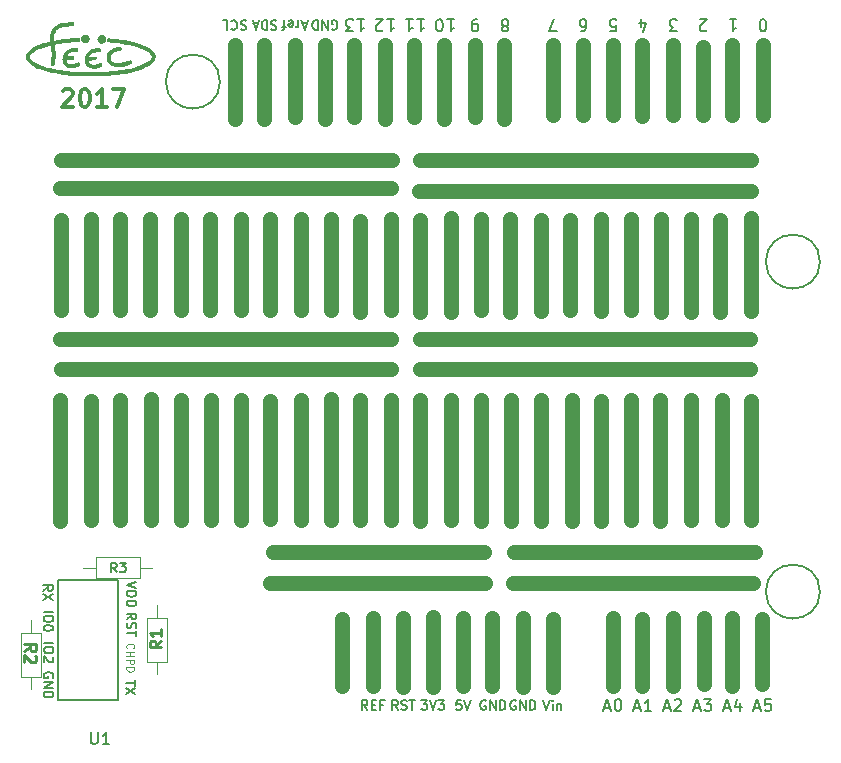
<source format=gbr>
G04 #@! TF.FileFunction,Legend,Top*
%FSLAX46Y46*%
G04 Gerber Fmt 4.6, Leading zero omitted, Abs format (unit mm)*
G04 Created by KiCad (PCBNEW 4.0.6) date 08/07/17 15:42:32*
%MOMM*%
%LPD*%
G01*
G04 APERTURE LIST*
%ADD10C,0.100000*%
%ADD11C,1.250000*%
%ADD12C,0.300000*%
%ADD13C,0.200000*%
%ADD14C,0.250000*%
%ADD15C,0.125000*%
%ADD16C,0.150000*%
%ADD17C,0.010000*%
%ADD18C,0.120000*%
%ADD19C,0.152400*%
G04 APERTURE END LIST*
D10*
D11*
X150900000Y-115400000D02*
X133000000Y-115400000D01*
X173800000Y-115400000D02*
X153400000Y-115400000D01*
X173500000Y-102600000D02*
X173500000Y-112700000D01*
X171000000Y-102500000D02*
X171000000Y-112700000D01*
X168400000Y-102500000D02*
X168400000Y-112700000D01*
X165800000Y-112800000D02*
X165800000Y-102600000D01*
X165800000Y-102500000D02*
X165800000Y-112800000D01*
X163300000Y-102500000D02*
X163300000Y-112700000D01*
X160800000Y-102600000D02*
X160800000Y-112800000D01*
X158300000Y-102500000D02*
X158300000Y-112800000D01*
X155700000Y-102500000D02*
X155700000Y-112800000D01*
X153200000Y-102500000D02*
X153200000Y-112800000D01*
X150600000Y-102500000D02*
X150600000Y-112800000D01*
X148100000Y-102500000D02*
X148100000Y-112700000D01*
X145500000Y-102500000D02*
X145500000Y-112800000D01*
X143000000Y-102500000D02*
X143000000Y-112700000D01*
X140400000Y-102500000D02*
X140400000Y-112700000D01*
X137900000Y-102400000D02*
X137900000Y-112700000D01*
X135400000Y-102500000D02*
X135400000Y-112700000D01*
X132800000Y-102600000D02*
X132800000Y-112600000D01*
X130300000Y-102500000D02*
X130300000Y-112700000D01*
X127800000Y-102500000D02*
X127800000Y-112700000D01*
X125200000Y-102500000D02*
X125200000Y-112700000D01*
X122700000Y-102400000D02*
X122700000Y-112700000D01*
X120100000Y-102500000D02*
X120100000Y-112700000D01*
X117600000Y-102600000D02*
X117600000Y-112700000D01*
X115000000Y-102500000D02*
X115000000Y-112800000D01*
X143000000Y-99900000D02*
X115100000Y-99900000D01*
X143000000Y-97400000D02*
X115000000Y-97400000D01*
X173400000Y-97400000D02*
X145500000Y-97400000D01*
X173400000Y-99900000D02*
X145500000Y-99900000D01*
X143000000Y-87200000D02*
X143000000Y-94900000D01*
X115100000Y-87300000D02*
X115100000Y-94900000D01*
X117600000Y-87200000D02*
X117600000Y-94900000D01*
X120100000Y-87200000D02*
X120100000Y-94900000D01*
X122600000Y-87200000D02*
X122600000Y-94900000D01*
X125200000Y-87200000D02*
X125200000Y-94900000D01*
X127700000Y-87200000D02*
X127700000Y-94900000D01*
X130300000Y-87200000D02*
X130300000Y-94900000D01*
X132800000Y-87200000D02*
X132800000Y-94900000D01*
X135400000Y-87200000D02*
X135400000Y-94900000D01*
X137900000Y-87200000D02*
X137900000Y-94900000D01*
X140400000Y-87400000D02*
X140400000Y-95100000D01*
X145500000Y-87300000D02*
X145500000Y-95100000D01*
X148100000Y-87100000D02*
X148100000Y-95100000D01*
X150600000Y-87200000D02*
X150600000Y-94900000D01*
X153100000Y-87200000D02*
X153100000Y-95100000D01*
X155700000Y-87300000D02*
X155700000Y-95000000D01*
X138900000Y-121100000D02*
X138900000Y-126700000D01*
X141500000Y-121000000D02*
X141500000Y-126700000D01*
X144000000Y-121000000D02*
X144000000Y-126800000D01*
X146600000Y-120900000D02*
X146600000Y-126800000D01*
X149100000Y-121000000D02*
X149100000Y-126700000D01*
X151600000Y-121000000D02*
X151600000Y-126700000D01*
X154200000Y-121000000D02*
X154200000Y-126800000D01*
X156700000Y-121100000D02*
X156700000Y-126800000D01*
X161800000Y-121000000D02*
X161800000Y-126700000D01*
X164300000Y-121100000D02*
X164300000Y-126700000D01*
X166900000Y-121000000D02*
X166900000Y-126700000D01*
X169500000Y-121000000D02*
X169500000Y-126600000D01*
X171900000Y-121000000D02*
X171900000Y-126700000D01*
X174400000Y-121100000D02*
X174400000Y-126600000D01*
X132800000Y-118000000D02*
X151000000Y-118000000D01*
X173700000Y-118000000D02*
X153300000Y-118000000D01*
X158200000Y-87300000D02*
X158200000Y-94900000D01*
X160800000Y-87200000D02*
X160800000Y-95000000D01*
X163300000Y-87200000D02*
X163300000Y-94900000D01*
X165900000Y-87200000D02*
X165900000Y-95100000D01*
X168400000Y-87200000D02*
X168400000Y-95100000D01*
X170900000Y-87300000D02*
X170900000Y-95100000D01*
X173500000Y-87100000D02*
X173500000Y-95000000D01*
X145400000Y-84800000D02*
X173500000Y-84800000D01*
X143000000Y-84600000D02*
X115000000Y-84600000D01*
X145500000Y-82200000D02*
X173500000Y-82200000D01*
X115100000Y-82200000D02*
X143100000Y-82200000D01*
X129800000Y-72500000D02*
X129800000Y-78700000D01*
X132300000Y-72500000D02*
X132300000Y-78700000D01*
X134900000Y-72500000D02*
X134900000Y-78600000D01*
X137400000Y-72500000D02*
X137400000Y-78700000D01*
X139900000Y-72500000D02*
X139900000Y-78600000D01*
X142500000Y-72500000D02*
X142500000Y-78700000D01*
X145000000Y-72500000D02*
X145000000Y-78600000D01*
X147500000Y-72500000D02*
X147500000Y-78700000D01*
X150100000Y-72500000D02*
X150100000Y-78600000D01*
X152600000Y-72500000D02*
X152600000Y-78700000D01*
X156700000Y-72500000D02*
X156700000Y-78400000D01*
X159300000Y-72500000D02*
X159300000Y-78400000D01*
X161800000Y-72500000D02*
X161800000Y-78400000D01*
X164300000Y-72500000D02*
X164300000Y-78500000D01*
X166900000Y-72500000D02*
X166900000Y-78400000D01*
X169400000Y-72600000D02*
X169400000Y-78400000D01*
X171900000Y-72500000D02*
X171900000Y-78400000D01*
X174500000Y-72500000D02*
X174500000Y-78400000D01*
D12*
X115228572Y-76321429D02*
X115300001Y-76250000D01*
X115442858Y-76178571D01*
X115800001Y-76178571D01*
X115942858Y-76250000D01*
X116014287Y-76321429D01*
X116085715Y-76464286D01*
X116085715Y-76607143D01*
X116014287Y-76821429D01*
X115157144Y-77678571D01*
X116085715Y-77678571D01*
X117014286Y-76178571D02*
X117157143Y-76178571D01*
X117300000Y-76250000D01*
X117371429Y-76321429D01*
X117442858Y-76464286D01*
X117514286Y-76750000D01*
X117514286Y-77107143D01*
X117442858Y-77392857D01*
X117371429Y-77535714D01*
X117300000Y-77607143D01*
X117157143Y-77678571D01*
X117014286Y-77678571D01*
X116871429Y-77607143D01*
X116800000Y-77535714D01*
X116728572Y-77392857D01*
X116657143Y-77107143D01*
X116657143Y-76750000D01*
X116728572Y-76464286D01*
X116800000Y-76321429D01*
X116871429Y-76250000D01*
X117014286Y-76178571D01*
X118942857Y-77678571D02*
X118085714Y-77678571D01*
X118514286Y-77678571D02*
X118514286Y-76178571D01*
X118371429Y-76392857D01*
X118228571Y-76535714D01*
X118085714Y-76607143D01*
X119442857Y-76178571D02*
X120442857Y-76178571D01*
X119800000Y-77678571D01*
D13*
X119774987Y-117100305D02*
X119508320Y-116719352D01*
X119317844Y-117100305D02*
X119317844Y-116300305D01*
X119622606Y-116300305D01*
X119698797Y-116338400D01*
X119736892Y-116376495D01*
X119774987Y-116452686D01*
X119774987Y-116566971D01*
X119736892Y-116643162D01*
X119698797Y-116681257D01*
X119622606Y-116719352D01*
X119317844Y-116719352D01*
X120041654Y-116300305D02*
X120536892Y-116300305D01*
X120270225Y-116605067D01*
X120384511Y-116605067D01*
X120460701Y-116643162D01*
X120498797Y-116681257D01*
X120536892Y-116757448D01*
X120536892Y-116947924D01*
X120498797Y-117024114D01*
X120460701Y-117062210D01*
X120384511Y-117100305D01*
X120155939Y-117100305D01*
X120079749Y-117062210D01*
X120041654Y-117024114D01*
D14*
X111978179Y-123785334D02*
X112454370Y-123452000D01*
X111978179Y-123213905D02*
X112978179Y-123213905D01*
X112978179Y-123594858D01*
X112930560Y-123690096D01*
X112882941Y-123737715D01*
X112787703Y-123785334D01*
X112644846Y-123785334D01*
X112549608Y-123737715D01*
X112501989Y-123690096D01*
X112454370Y-123594858D01*
X112454370Y-123213905D01*
X112882941Y-124166286D02*
X112930560Y-124213905D01*
X112978179Y-124309143D01*
X112978179Y-124547239D01*
X112930560Y-124642477D01*
X112882941Y-124690096D01*
X112787703Y-124737715D01*
X112692465Y-124737715D01*
X112549608Y-124690096D01*
X111978179Y-124118667D01*
X111978179Y-124737715D01*
X123571261Y-122899466D02*
X123095070Y-123232800D01*
X123571261Y-123470895D02*
X122571261Y-123470895D01*
X122571261Y-123089942D01*
X122618880Y-122994704D01*
X122666499Y-122947085D01*
X122761737Y-122899466D01*
X122904594Y-122899466D01*
X122999832Y-122947085D01*
X123047451Y-122994704D01*
X123095070Y-123089942D01*
X123095070Y-123470895D01*
X123571261Y-121947085D02*
X123571261Y-122518514D01*
X123571261Y-122232800D02*
X122571261Y-122232800D01*
X122714118Y-122328038D01*
X122809356Y-122423276D01*
X122856975Y-122518514D01*
D13*
X113557095Y-118662467D02*
X113938048Y-118395800D01*
X113557095Y-118205324D02*
X114357095Y-118205324D01*
X114357095Y-118510086D01*
X114319000Y-118586277D01*
X114280905Y-118624372D01*
X114204714Y-118662467D01*
X114090429Y-118662467D01*
X114014238Y-118624372D01*
X113976143Y-118586277D01*
X113938048Y-118510086D01*
X113938048Y-118205324D01*
X114357095Y-118929134D02*
X113557095Y-119462467D01*
X114357095Y-119462467D02*
X113557095Y-118929134D01*
X113595195Y-120434200D02*
X114395195Y-120434200D01*
X114395195Y-120967533D02*
X114395195Y-121119914D01*
X114357100Y-121196105D01*
X114280910Y-121272295D01*
X114128529Y-121310390D01*
X113861862Y-121310390D01*
X113709481Y-121272295D01*
X113633290Y-121196105D01*
X113595195Y-121119914D01*
X113595195Y-120967533D01*
X113633290Y-120891343D01*
X113709481Y-120815152D01*
X113861862Y-120777057D01*
X114128529Y-120777057D01*
X114280910Y-120815152D01*
X114357100Y-120891343D01*
X114395195Y-120967533D01*
X114395195Y-121805628D02*
X114395195Y-121881819D01*
X114357100Y-121958009D01*
X114319005Y-121996104D01*
X114242814Y-122034200D01*
X114090433Y-122072295D01*
X113899957Y-122072295D01*
X113747576Y-122034200D01*
X113671386Y-121996104D01*
X113633290Y-121958009D01*
X113595195Y-121881819D01*
X113595195Y-121805628D01*
X113633290Y-121729438D01*
X113671386Y-121691342D01*
X113747576Y-121653247D01*
X113899957Y-121615152D01*
X114090433Y-121615152D01*
X114242814Y-121653247D01*
X114319005Y-121691342D01*
X114357100Y-121729438D01*
X114395195Y-121805628D01*
X113636095Y-123065000D02*
X114436095Y-123065000D01*
X114436095Y-123598333D02*
X114436095Y-123750714D01*
X114398000Y-123826905D01*
X114321810Y-123903095D01*
X114169429Y-123941190D01*
X113902762Y-123941190D01*
X113750381Y-123903095D01*
X113674190Y-123826905D01*
X113636095Y-123750714D01*
X113636095Y-123598333D01*
X113674190Y-123522143D01*
X113750381Y-123445952D01*
X113902762Y-123407857D01*
X114169429Y-123407857D01*
X114321810Y-123445952D01*
X114398000Y-123522143D01*
X114436095Y-123598333D01*
X114359905Y-124245952D02*
X114398000Y-124284047D01*
X114436095Y-124360238D01*
X114436095Y-124550714D01*
X114398000Y-124626904D01*
X114359905Y-124665000D01*
X114283714Y-124703095D01*
X114207524Y-124703095D01*
X114093238Y-124665000D01*
X113636095Y-124207857D01*
X113636095Y-124703095D01*
X114395200Y-126034877D02*
X114433295Y-125958686D01*
X114433295Y-125844401D01*
X114395200Y-125730115D01*
X114319010Y-125653924D01*
X114242819Y-125615829D01*
X114090438Y-125577734D01*
X113976152Y-125577734D01*
X113823771Y-125615829D01*
X113747581Y-125653924D01*
X113671390Y-125730115D01*
X113633295Y-125844401D01*
X113633295Y-125920591D01*
X113671390Y-126034877D01*
X113709486Y-126072972D01*
X113976152Y-126072972D01*
X113976152Y-125920591D01*
X113633295Y-126415829D02*
X114433295Y-126415829D01*
X113633295Y-126872972D01*
X114433295Y-126872972D01*
X113633295Y-127253924D02*
X114433295Y-127253924D01*
X114433295Y-127444400D01*
X114395200Y-127558686D01*
X114319010Y-127634877D01*
X114242819Y-127672972D01*
X114090438Y-127711067D01*
X113976152Y-127711067D01*
X113823771Y-127672972D01*
X113747581Y-127634877D01*
X113671390Y-127558686D01*
X113633295Y-127444400D01*
X113633295Y-127253924D01*
X121438095Y-117933333D02*
X120638095Y-118200000D01*
X121438095Y-118466667D01*
X120638095Y-118733333D02*
X121438095Y-118733333D01*
X121438095Y-118923809D01*
X121400000Y-119038095D01*
X121323810Y-119114286D01*
X121247619Y-119152381D01*
X121095238Y-119190476D01*
X120980952Y-119190476D01*
X120828571Y-119152381D01*
X120752381Y-119114286D01*
X120676190Y-119038095D01*
X120638095Y-118923809D01*
X120638095Y-118733333D01*
X120638095Y-119533333D02*
X121438095Y-119533333D01*
X121438095Y-119723809D01*
X121400000Y-119838095D01*
X121323810Y-119914286D01*
X121247619Y-119952381D01*
X121095238Y-119990476D01*
X120980952Y-119990476D01*
X120828571Y-119952381D01*
X120752381Y-119914286D01*
X120676190Y-119838095D01*
X120638095Y-119723809D01*
X120638095Y-119533333D01*
X120638095Y-121061905D02*
X121019048Y-120795238D01*
X120638095Y-120604762D02*
X121438095Y-120604762D01*
X121438095Y-120909524D01*
X121400000Y-120985715D01*
X121361905Y-121023810D01*
X121285714Y-121061905D01*
X121171429Y-121061905D01*
X121095238Y-121023810D01*
X121057143Y-120985715D01*
X121019048Y-120909524D01*
X121019048Y-120604762D01*
X120676190Y-121366667D02*
X120638095Y-121480953D01*
X120638095Y-121671429D01*
X120676190Y-121747619D01*
X120714286Y-121785715D01*
X120790476Y-121823810D01*
X120866667Y-121823810D01*
X120942857Y-121785715D01*
X120980952Y-121747619D01*
X121019048Y-121671429D01*
X121057143Y-121519048D01*
X121095238Y-121442857D01*
X121133333Y-121404762D01*
X121209524Y-121366667D01*
X121285714Y-121366667D01*
X121361905Y-121404762D01*
X121400000Y-121442857D01*
X121438095Y-121519048D01*
X121438095Y-121709524D01*
X121400000Y-121823810D01*
X121438095Y-122052381D02*
X121438095Y-122509524D01*
X120638095Y-122280953D02*
X121438095Y-122280953D01*
D15*
X120671857Y-123543714D02*
X120640905Y-123512762D01*
X120609952Y-123419905D01*
X120609952Y-123358000D01*
X120640905Y-123265143D01*
X120702810Y-123203238D01*
X120764714Y-123172286D01*
X120888524Y-123141334D01*
X120981381Y-123141334D01*
X121105190Y-123172286D01*
X121167095Y-123203238D01*
X121229000Y-123265143D01*
X121259952Y-123358000D01*
X121259952Y-123419905D01*
X121229000Y-123512762D01*
X121198048Y-123543714D01*
X120609952Y-123822286D02*
X121259952Y-123822286D01*
X120950429Y-123822286D02*
X120950429Y-124193714D01*
X120609952Y-124193714D02*
X121259952Y-124193714D01*
X120609952Y-124503238D02*
X121259952Y-124503238D01*
X121259952Y-124750857D01*
X121229000Y-124812762D01*
X121198048Y-124843714D01*
X121136143Y-124874666D01*
X121043286Y-124874666D01*
X120981381Y-124843714D01*
X120950429Y-124812762D01*
X120919476Y-124750857D01*
X120919476Y-124503238D01*
X120609952Y-125153238D02*
X121259952Y-125153238D01*
X121259952Y-125308000D01*
X121229000Y-125400857D01*
X121167095Y-125462762D01*
X121105190Y-125493714D01*
X120981381Y-125524666D01*
X120888524Y-125524666D01*
X120764714Y-125493714D01*
X120702810Y-125462762D01*
X120640905Y-125400857D01*
X120609952Y-125308000D01*
X120609952Y-125153238D01*
D13*
X121342095Y-126263476D02*
X121342095Y-126720619D01*
X120542095Y-126492048D02*
X121342095Y-126492048D01*
X121342095Y-126911096D02*
X120542095Y-127444429D01*
X121342095Y-127444429D02*
X120542095Y-126911096D01*
X130746381Y-70415190D02*
X130632095Y-70377095D01*
X130441619Y-70377095D01*
X130365429Y-70415190D01*
X130327333Y-70453286D01*
X130289238Y-70529476D01*
X130289238Y-70605667D01*
X130327333Y-70681857D01*
X130365429Y-70719952D01*
X130441619Y-70758048D01*
X130594000Y-70796143D01*
X130670191Y-70834238D01*
X130708286Y-70872333D01*
X130746381Y-70948524D01*
X130746381Y-71024714D01*
X130708286Y-71100905D01*
X130670191Y-71139000D01*
X130594000Y-71177095D01*
X130403524Y-71177095D01*
X130289238Y-71139000D01*
X129489238Y-70453286D02*
X129527333Y-70415190D01*
X129641619Y-70377095D01*
X129717809Y-70377095D01*
X129832095Y-70415190D01*
X129908286Y-70491381D01*
X129946381Y-70567571D01*
X129984476Y-70719952D01*
X129984476Y-70834238D01*
X129946381Y-70986619D01*
X129908286Y-71062810D01*
X129832095Y-71139000D01*
X129717809Y-71177095D01*
X129641619Y-71177095D01*
X129527333Y-71139000D01*
X129489238Y-71100905D01*
X128765428Y-70377095D02*
X129146381Y-70377095D01*
X129146381Y-71177095D01*
X133305428Y-70415190D02*
X133191142Y-70377095D01*
X133000666Y-70377095D01*
X132924476Y-70415190D01*
X132886380Y-70453286D01*
X132848285Y-70529476D01*
X132848285Y-70605667D01*
X132886380Y-70681857D01*
X132924476Y-70719952D01*
X133000666Y-70758048D01*
X133153047Y-70796143D01*
X133229238Y-70834238D01*
X133267333Y-70872333D01*
X133305428Y-70948524D01*
X133305428Y-71024714D01*
X133267333Y-71100905D01*
X133229238Y-71139000D01*
X133153047Y-71177095D01*
X132962571Y-71177095D01*
X132848285Y-71139000D01*
X132505428Y-70377095D02*
X132505428Y-71177095D01*
X132314952Y-71177095D01*
X132200666Y-71139000D01*
X132124475Y-71062810D01*
X132086380Y-70986619D01*
X132048285Y-70834238D01*
X132048285Y-70719952D01*
X132086380Y-70567571D01*
X132124475Y-70491381D01*
X132200666Y-70415190D01*
X132314952Y-70377095D01*
X132505428Y-70377095D01*
X131743523Y-70605667D02*
X131362571Y-70605667D01*
X131819714Y-70377095D02*
X131553047Y-71177095D01*
X131286380Y-70377095D01*
X135883523Y-70605667D02*
X135502571Y-70605667D01*
X135959714Y-70377095D02*
X135693047Y-71177095D01*
X135426380Y-70377095D01*
X135159714Y-70377095D02*
X135159714Y-70910429D01*
X135159714Y-70758048D02*
X135121619Y-70834238D01*
X135083523Y-70872333D01*
X135007333Y-70910429D01*
X134931142Y-70910429D01*
X134359714Y-70415190D02*
X134435904Y-70377095D01*
X134588285Y-70377095D01*
X134664476Y-70415190D01*
X134702571Y-70491381D01*
X134702571Y-70796143D01*
X134664476Y-70872333D01*
X134588285Y-70910429D01*
X134435904Y-70910429D01*
X134359714Y-70872333D01*
X134321619Y-70796143D01*
X134321619Y-70719952D01*
X134702571Y-70643762D01*
X134093048Y-70910429D02*
X133788286Y-70910429D01*
X133978762Y-70377095D02*
X133978762Y-71062810D01*
X133940667Y-71139000D01*
X133864476Y-71177095D01*
X133788286Y-71177095D01*
X138023523Y-71139000D02*
X138099714Y-71177095D01*
X138213999Y-71177095D01*
X138328285Y-71139000D01*
X138404476Y-71062810D01*
X138442571Y-70986619D01*
X138480666Y-70834238D01*
X138480666Y-70719952D01*
X138442571Y-70567571D01*
X138404476Y-70491381D01*
X138328285Y-70415190D01*
X138213999Y-70377095D01*
X138137809Y-70377095D01*
X138023523Y-70415190D01*
X137985428Y-70453286D01*
X137985428Y-70719952D01*
X138137809Y-70719952D01*
X137642571Y-70377095D02*
X137642571Y-71177095D01*
X137185428Y-70377095D01*
X137185428Y-71177095D01*
X136804476Y-70377095D02*
X136804476Y-71177095D01*
X136614000Y-71177095D01*
X136499714Y-71139000D01*
X136423523Y-71062810D01*
X136385428Y-70986619D01*
X136347333Y-70834238D01*
X136347333Y-70719952D01*
X136385428Y-70567571D01*
X136423523Y-70491381D01*
X136499714Y-70415190D01*
X136614000Y-70377095D01*
X136804476Y-70377095D01*
X140144476Y-70286619D02*
X140715905Y-70286619D01*
X140430191Y-70286619D02*
X140430191Y-71286619D01*
X140525429Y-71143762D01*
X140620667Y-71048524D01*
X140715905Y-71000905D01*
X139811143Y-71286619D02*
X139192095Y-71286619D01*
X139525429Y-70905667D01*
X139382571Y-70905667D01*
X139287333Y-70858048D01*
X139239714Y-70810429D01*
X139192095Y-70715190D01*
X139192095Y-70477095D01*
X139239714Y-70381857D01*
X139287333Y-70334238D01*
X139382571Y-70286619D01*
X139668286Y-70286619D01*
X139763524Y-70334238D01*
X139811143Y-70381857D01*
X142684476Y-70286619D02*
X143255905Y-70286619D01*
X142970191Y-70286619D02*
X142970191Y-71286619D01*
X143065429Y-71143762D01*
X143160667Y-71048524D01*
X143255905Y-71000905D01*
X142303524Y-71191381D02*
X142255905Y-71239000D01*
X142160667Y-71286619D01*
X141922571Y-71286619D01*
X141827333Y-71239000D01*
X141779714Y-71191381D01*
X141732095Y-71096143D01*
X141732095Y-71000905D01*
X141779714Y-70858048D01*
X142351143Y-70286619D01*
X141732095Y-70286619D01*
X145224476Y-70286619D02*
X145795905Y-70286619D01*
X145510191Y-70286619D02*
X145510191Y-71286619D01*
X145605429Y-71143762D01*
X145700667Y-71048524D01*
X145795905Y-71000905D01*
X144272095Y-70286619D02*
X144843524Y-70286619D01*
X144557810Y-70286619D02*
X144557810Y-71286619D01*
X144653048Y-71143762D01*
X144748286Y-71048524D01*
X144843524Y-71000905D01*
X147764476Y-70286619D02*
X148335905Y-70286619D01*
X148050191Y-70286619D02*
X148050191Y-71286619D01*
X148145429Y-71143762D01*
X148240667Y-71048524D01*
X148335905Y-71000905D01*
X147145429Y-71286619D02*
X147050190Y-71286619D01*
X146954952Y-71239000D01*
X146907333Y-71191381D01*
X146859714Y-71096143D01*
X146812095Y-70905667D01*
X146812095Y-70667571D01*
X146859714Y-70477095D01*
X146907333Y-70381857D01*
X146954952Y-70334238D01*
X147050190Y-70286619D01*
X147145429Y-70286619D01*
X147240667Y-70334238D01*
X147288286Y-70381857D01*
X147335905Y-70477095D01*
X147383524Y-70667571D01*
X147383524Y-70905667D01*
X147335905Y-71096143D01*
X147288286Y-71191381D01*
X147240667Y-71239000D01*
X147145429Y-71286619D01*
X150304476Y-70286619D02*
X150114000Y-70286619D01*
X150018761Y-70334238D01*
X149971142Y-70381857D01*
X149875904Y-70524714D01*
X149828285Y-70715190D01*
X149828285Y-71096143D01*
X149875904Y-71191381D01*
X149923523Y-71239000D01*
X150018761Y-71286619D01*
X150209238Y-71286619D01*
X150304476Y-71239000D01*
X150352095Y-71191381D01*
X150399714Y-71096143D01*
X150399714Y-70858048D01*
X150352095Y-70762810D01*
X150304476Y-70715190D01*
X150209238Y-70667571D01*
X150018761Y-70667571D01*
X149923523Y-70715190D01*
X149875904Y-70762810D01*
X149828285Y-70858048D01*
X152749238Y-70858048D02*
X152844476Y-70905667D01*
X152892095Y-70953286D01*
X152939714Y-71048524D01*
X152939714Y-71096143D01*
X152892095Y-71191381D01*
X152844476Y-71239000D01*
X152749238Y-71286619D01*
X152558761Y-71286619D01*
X152463523Y-71239000D01*
X152415904Y-71191381D01*
X152368285Y-71096143D01*
X152368285Y-71048524D01*
X152415904Y-70953286D01*
X152463523Y-70905667D01*
X152558761Y-70858048D01*
X152749238Y-70858048D01*
X152844476Y-70810429D01*
X152892095Y-70762810D01*
X152939714Y-70667571D01*
X152939714Y-70477095D01*
X152892095Y-70381857D01*
X152844476Y-70334238D01*
X152749238Y-70286619D01*
X152558761Y-70286619D01*
X152463523Y-70334238D01*
X152415904Y-70381857D01*
X152368285Y-70477095D01*
X152368285Y-70667571D01*
X152415904Y-70762810D01*
X152463523Y-70810429D01*
X152558761Y-70858048D01*
X157051333Y-71286619D02*
X156384666Y-71286619D01*
X156813238Y-70286619D01*
X159067523Y-71286619D02*
X159258000Y-71286619D01*
X159353238Y-71239000D01*
X159400857Y-71191381D01*
X159496095Y-71048524D01*
X159543714Y-70858048D01*
X159543714Y-70477095D01*
X159496095Y-70381857D01*
X159448476Y-70334238D01*
X159353238Y-70286619D01*
X159162761Y-70286619D01*
X159067523Y-70334238D01*
X159019904Y-70381857D01*
X158972285Y-70477095D01*
X158972285Y-70715190D01*
X159019904Y-70810429D01*
X159067523Y-70858048D01*
X159162761Y-70905667D01*
X159353238Y-70905667D01*
X159448476Y-70858048D01*
X159496095Y-70810429D01*
X159543714Y-70715190D01*
X161559904Y-71286619D02*
X162036095Y-71286619D01*
X162083714Y-70810429D01*
X162036095Y-70858048D01*
X161940857Y-70905667D01*
X161702761Y-70905667D01*
X161607523Y-70858048D01*
X161559904Y-70810429D01*
X161512285Y-70715190D01*
X161512285Y-70477095D01*
X161559904Y-70381857D01*
X161607523Y-70334238D01*
X161702761Y-70286619D01*
X161940857Y-70286619D01*
X162036095Y-70334238D01*
X162083714Y-70381857D01*
X164147523Y-70953286D02*
X164147523Y-70286619D01*
X164385619Y-71334238D02*
X164623714Y-70619952D01*
X164004666Y-70619952D01*
X167211333Y-71286619D02*
X166592285Y-71286619D01*
X166925619Y-70905667D01*
X166782761Y-70905667D01*
X166687523Y-70858048D01*
X166639904Y-70810429D01*
X166592285Y-70715190D01*
X166592285Y-70477095D01*
X166639904Y-70381857D01*
X166687523Y-70334238D01*
X166782761Y-70286619D01*
X167068476Y-70286619D01*
X167163714Y-70334238D01*
X167211333Y-70381857D01*
X169703714Y-71191381D02*
X169656095Y-71239000D01*
X169560857Y-71286619D01*
X169322761Y-71286619D01*
X169227523Y-71239000D01*
X169179904Y-71191381D01*
X169132285Y-71096143D01*
X169132285Y-71000905D01*
X169179904Y-70858048D01*
X169751333Y-70286619D01*
X169132285Y-70286619D01*
X171672285Y-70286619D02*
X172243714Y-70286619D01*
X171958000Y-70286619D02*
X171958000Y-71286619D01*
X172053238Y-71143762D01*
X172148476Y-71048524D01*
X172243714Y-71000905D01*
X174545619Y-71286619D02*
X174450380Y-71286619D01*
X174355142Y-71239000D01*
X174307523Y-71191381D01*
X174259904Y-71096143D01*
X174212285Y-70905667D01*
X174212285Y-70667571D01*
X174259904Y-70477095D01*
X174307523Y-70381857D01*
X174355142Y-70334238D01*
X174450380Y-70286619D01*
X174545619Y-70286619D01*
X174640857Y-70334238D01*
X174688476Y-70381857D01*
X174736095Y-70477095D01*
X174783714Y-70667571D01*
X174783714Y-70905667D01*
X174736095Y-71096143D01*
X174688476Y-71191381D01*
X174640857Y-71239000D01*
X174545619Y-71286619D01*
X141020857Y-128758905D02*
X140754190Y-128377952D01*
X140563714Y-128758905D02*
X140563714Y-127958905D01*
X140868476Y-127958905D01*
X140944667Y-127997000D01*
X140982762Y-128035095D01*
X141020857Y-128111286D01*
X141020857Y-128225571D01*
X140982762Y-128301762D01*
X140944667Y-128339857D01*
X140868476Y-128377952D01*
X140563714Y-128377952D01*
X141363714Y-128339857D02*
X141630381Y-128339857D01*
X141744667Y-128758905D02*
X141363714Y-128758905D01*
X141363714Y-127958905D01*
X141744667Y-127958905D01*
X142354191Y-128339857D02*
X142087524Y-128339857D01*
X142087524Y-128758905D02*
X142087524Y-127958905D01*
X142468477Y-127958905D01*
X143579905Y-128758905D02*
X143313238Y-128377952D01*
X143122762Y-128758905D02*
X143122762Y-127958905D01*
X143427524Y-127958905D01*
X143503715Y-127997000D01*
X143541810Y-128035095D01*
X143579905Y-128111286D01*
X143579905Y-128225571D01*
X143541810Y-128301762D01*
X143503715Y-128339857D01*
X143427524Y-128377952D01*
X143122762Y-128377952D01*
X143884667Y-128720810D02*
X143998953Y-128758905D01*
X144189429Y-128758905D01*
X144265619Y-128720810D01*
X144303715Y-128682714D01*
X144341810Y-128606524D01*
X144341810Y-128530333D01*
X144303715Y-128454143D01*
X144265619Y-128416048D01*
X144189429Y-128377952D01*
X144037048Y-128339857D01*
X143960857Y-128301762D01*
X143922762Y-128263667D01*
X143884667Y-128187476D01*
X143884667Y-128111286D01*
X143922762Y-128035095D01*
X143960857Y-127997000D01*
X144037048Y-127958905D01*
X144227524Y-127958905D01*
X144341810Y-127997000D01*
X144570381Y-127958905D02*
X145027524Y-127958905D01*
X144798953Y-128758905D02*
X144798953Y-127958905D01*
X145567524Y-127958905D02*
X146062762Y-127958905D01*
X145796095Y-128263667D01*
X145910381Y-128263667D01*
X145986571Y-128301762D01*
X146024667Y-128339857D01*
X146062762Y-128416048D01*
X146062762Y-128606524D01*
X146024667Y-128682714D01*
X145986571Y-128720810D01*
X145910381Y-128758905D01*
X145681809Y-128758905D01*
X145605619Y-128720810D01*
X145567524Y-128682714D01*
X146291333Y-127958905D02*
X146558000Y-128758905D01*
X146824667Y-127958905D01*
X147015143Y-127958905D02*
X147510381Y-127958905D01*
X147243714Y-128263667D01*
X147358000Y-128263667D01*
X147434190Y-128301762D01*
X147472286Y-128339857D01*
X147510381Y-128416048D01*
X147510381Y-128606524D01*
X147472286Y-128682714D01*
X147434190Y-128720810D01*
X147358000Y-128758905D01*
X147129428Y-128758905D01*
X147053238Y-128720810D01*
X147015143Y-128682714D01*
X148945620Y-127958905D02*
X148564667Y-127958905D01*
X148526572Y-128339857D01*
X148564667Y-128301762D01*
X148640858Y-128263667D01*
X148831334Y-128263667D01*
X148907524Y-128301762D01*
X148945620Y-128339857D01*
X148983715Y-128416048D01*
X148983715Y-128606524D01*
X148945620Y-128682714D01*
X148907524Y-128720810D01*
X148831334Y-128758905D01*
X148640858Y-128758905D01*
X148564667Y-128720810D01*
X148526572Y-128682714D01*
X149212286Y-127958905D02*
X149478953Y-128758905D01*
X149745620Y-127958905D01*
X151028477Y-127997000D02*
X150952286Y-127958905D01*
X150838001Y-127958905D01*
X150723715Y-127997000D01*
X150647524Y-128073190D01*
X150609429Y-128149381D01*
X150571334Y-128301762D01*
X150571334Y-128416048D01*
X150609429Y-128568429D01*
X150647524Y-128644619D01*
X150723715Y-128720810D01*
X150838001Y-128758905D01*
X150914191Y-128758905D01*
X151028477Y-128720810D01*
X151066572Y-128682714D01*
X151066572Y-128416048D01*
X150914191Y-128416048D01*
X151409429Y-128758905D02*
X151409429Y-127958905D01*
X151866572Y-128758905D01*
X151866572Y-127958905D01*
X152247524Y-128758905D02*
X152247524Y-127958905D01*
X152438000Y-127958905D01*
X152552286Y-127997000D01*
X152628477Y-128073190D01*
X152666572Y-128149381D01*
X152704667Y-128301762D01*
X152704667Y-128416048D01*
X152666572Y-128568429D01*
X152628477Y-128644619D01*
X152552286Y-128720810D01*
X152438000Y-128758905D01*
X152247524Y-128758905D01*
X153568477Y-127997000D02*
X153492286Y-127958905D01*
X153378001Y-127958905D01*
X153263715Y-127997000D01*
X153187524Y-128073190D01*
X153149429Y-128149381D01*
X153111334Y-128301762D01*
X153111334Y-128416048D01*
X153149429Y-128568429D01*
X153187524Y-128644619D01*
X153263715Y-128720810D01*
X153378001Y-128758905D01*
X153454191Y-128758905D01*
X153568477Y-128720810D01*
X153606572Y-128682714D01*
X153606572Y-128416048D01*
X153454191Y-128416048D01*
X153949429Y-128758905D02*
X153949429Y-127958905D01*
X154406572Y-128758905D01*
X154406572Y-127958905D01*
X154787524Y-128758905D02*
X154787524Y-127958905D01*
X154978000Y-127958905D01*
X155092286Y-127997000D01*
X155168477Y-128073190D01*
X155206572Y-128149381D01*
X155244667Y-128301762D01*
X155244667Y-128416048D01*
X155206572Y-128568429D01*
X155168477Y-128644619D01*
X155092286Y-128720810D01*
X154978000Y-128758905D01*
X154787524Y-128758905D01*
X155898952Y-127958905D02*
X156165619Y-128758905D01*
X156432286Y-127958905D01*
X156698952Y-128758905D02*
X156698952Y-128225571D01*
X156698952Y-127958905D02*
X156660857Y-127997000D01*
X156698952Y-128035095D01*
X156737047Y-127997000D01*
X156698952Y-127958905D01*
X156698952Y-128035095D01*
X157079904Y-128225571D02*
X157079904Y-128758905D01*
X157079904Y-128301762D02*
X157117999Y-128263667D01*
X157194190Y-128225571D01*
X157308476Y-128225571D01*
X157384666Y-128263667D01*
X157422761Y-128339857D01*
X157422761Y-128758905D01*
X161083714Y-128563667D02*
X161559905Y-128563667D01*
X160988476Y-128849381D02*
X161321809Y-127849381D01*
X161655143Y-128849381D01*
X162178952Y-127849381D02*
X162274191Y-127849381D01*
X162369429Y-127897000D01*
X162417048Y-127944619D01*
X162464667Y-128039857D01*
X162512286Y-128230333D01*
X162512286Y-128468429D01*
X162464667Y-128658905D01*
X162417048Y-128754143D01*
X162369429Y-128801762D01*
X162274191Y-128849381D01*
X162178952Y-128849381D01*
X162083714Y-128801762D01*
X162036095Y-128754143D01*
X161988476Y-128658905D01*
X161940857Y-128468429D01*
X161940857Y-128230333D01*
X161988476Y-128039857D01*
X162036095Y-127944619D01*
X162083714Y-127897000D01*
X162178952Y-127849381D01*
X163623714Y-128563667D02*
X164099905Y-128563667D01*
X163528476Y-128849381D02*
X163861809Y-127849381D01*
X164195143Y-128849381D01*
X165052286Y-128849381D02*
X164480857Y-128849381D01*
X164766571Y-128849381D02*
X164766571Y-127849381D01*
X164671333Y-127992238D01*
X164576095Y-128087476D01*
X164480857Y-128135095D01*
X166163714Y-128563667D02*
X166639905Y-128563667D01*
X166068476Y-128849381D02*
X166401809Y-127849381D01*
X166735143Y-128849381D01*
X167020857Y-127944619D02*
X167068476Y-127897000D01*
X167163714Y-127849381D01*
X167401810Y-127849381D01*
X167497048Y-127897000D01*
X167544667Y-127944619D01*
X167592286Y-128039857D01*
X167592286Y-128135095D01*
X167544667Y-128277952D01*
X166973238Y-128849381D01*
X167592286Y-128849381D01*
X168703714Y-128563667D02*
X169179905Y-128563667D01*
X168608476Y-128849381D02*
X168941809Y-127849381D01*
X169275143Y-128849381D01*
X169513238Y-127849381D02*
X170132286Y-127849381D01*
X169798952Y-128230333D01*
X169941810Y-128230333D01*
X170037048Y-128277952D01*
X170084667Y-128325571D01*
X170132286Y-128420810D01*
X170132286Y-128658905D01*
X170084667Y-128754143D01*
X170037048Y-128801762D01*
X169941810Y-128849381D01*
X169656095Y-128849381D01*
X169560857Y-128801762D01*
X169513238Y-128754143D01*
X171243714Y-128563667D02*
X171719905Y-128563667D01*
X171148476Y-128849381D02*
X171481809Y-127849381D01*
X171815143Y-128849381D01*
X172577048Y-128182714D02*
X172577048Y-128849381D01*
X172338952Y-127801762D02*
X172100857Y-128516048D01*
X172719905Y-128516048D01*
X173783714Y-128563667D02*
X174259905Y-128563667D01*
X173688476Y-128849381D02*
X174021809Y-127849381D01*
X174355143Y-128849381D01*
X175164667Y-127849381D02*
X174688476Y-127849381D01*
X174640857Y-128325571D01*
X174688476Y-128277952D01*
X174783714Y-128230333D01*
X175021810Y-128230333D01*
X175117048Y-128277952D01*
X175164667Y-128325571D01*
X175212286Y-128420810D01*
X175212286Y-128658905D01*
X175164667Y-128754143D01*
X175117048Y-128801762D01*
X175021810Y-128849381D01*
X174783714Y-128849381D01*
X174688476Y-128801762D01*
X174640857Y-128754143D01*
D16*
X139390381Y-120999285D02*
X139390381Y-121570714D01*
X139390381Y-121285000D02*
X138390381Y-121285000D01*
X138533238Y-121380238D01*
X138628476Y-121475476D01*
X138676095Y-121570714D01*
D17*
G36*
X116092281Y-70592114D02*
X116119434Y-70637176D01*
X116127051Y-70685722D01*
X116116010Y-70732293D01*
X116087190Y-70771435D01*
X116060463Y-70789740D01*
X116038400Y-70795114D01*
X115998411Y-70799319D01*
X115945652Y-70801947D01*
X115898248Y-70802637D01*
X115733192Y-70806544D01*
X115569043Y-70817860D01*
X115410613Y-70835975D01*
X115262711Y-70860282D01*
X115130148Y-70890172D01*
X115069682Y-70907467D01*
X114921050Y-70961880D01*
X114792652Y-71026768D01*
X114683710Y-71103034D01*
X114593447Y-71191576D01*
X114521084Y-71293296D01*
X114465844Y-71409094D01*
X114426949Y-71539869D01*
X114404587Y-71677350D01*
X114400474Y-71730615D01*
X114398242Y-71793277D01*
X114397758Y-71860691D01*
X114398890Y-71928215D01*
X114401503Y-71991205D01*
X114405466Y-72045018D01*
X114410646Y-72085010D01*
X114416857Y-72106453D01*
X114425884Y-72112231D01*
X114445453Y-72113271D01*
X114479236Y-72109310D01*
X114530907Y-72100083D01*
X114545688Y-72097192D01*
X114682825Y-72071703D01*
X114835858Y-72046132D01*
X115001294Y-72020882D01*
X115175642Y-71996355D01*
X115355411Y-71972955D01*
X115537108Y-71951083D01*
X115717242Y-71931143D01*
X115892321Y-71913537D01*
X116058853Y-71898668D01*
X116213347Y-71886938D01*
X116352311Y-71878751D01*
X116472254Y-71874509D01*
X116477266Y-71874415D01*
X116523376Y-71874052D01*
X116552925Y-71876207D01*
X116572436Y-71882720D01*
X116588429Y-71895427D01*
X116601380Y-71909391D01*
X116626622Y-71952175D01*
X116634819Y-72000168D01*
X116626750Y-72047068D01*
X116603191Y-72086570D01*
X116577027Y-72106918D01*
X116558684Y-72111483D01*
X116521689Y-72116771D01*
X116470449Y-72122285D01*
X116409370Y-72127531D01*
X116366915Y-72130533D01*
X115996852Y-72158323D01*
X115637008Y-72192917D01*
X115292438Y-72233806D01*
X115156273Y-72252340D01*
X115079598Y-72263530D01*
X114996418Y-72276252D01*
X114909814Y-72289977D01*
X114822866Y-72304177D01*
X114738654Y-72318322D01*
X114660260Y-72331884D01*
X114590764Y-72344334D01*
X114533247Y-72355142D01*
X114490789Y-72363779D01*
X114466471Y-72369716D01*
X114462016Y-72371562D01*
X114460423Y-72385310D01*
X114462118Y-72416505D01*
X114466711Y-72459800D01*
X114470538Y-72488273D01*
X114493815Y-72677553D01*
X114510581Y-72874759D01*
X114520840Y-73075724D01*
X114524597Y-73276284D01*
X114521857Y-73472274D01*
X114512623Y-73659529D01*
X114496901Y-73833884D01*
X114474696Y-73991173D01*
X114468832Y-74023652D01*
X114458165Y-74072332D01*
X114446340Y-74105131D01*
X114430211Y-74129175D01*
X114415938Y-74143475D01*
X114389412Y-74164220D01*
X114364596Y-74172197D01*
X114329838Y-74170943D01*
X114326607Y-74170587D01*
X114284383Y-74160979D01*
X114252360Y-74139641D01*
X114240239Y-74127079D01*
X114227391Y-74111973D01*
X114218370Y-74097384D01*
X114213146Y-74079807D01*
X114211689Y-74055737D01*
X114213969Y-74021669D01*
X114219956Y-73974099D01*
X114229620Y-73909522D01*
X114237915Y-73856410D01*
X114254986Y-73718979D01*
X114266389Y-73563752D01*
X114272187Y-73395300D01*
X114272441Y-73218195D01*
X114267212Y-73037009D01*
X114256563Y-72856313D01*
X114240555Y-72680680D01*
X114219858Y-72518758D01*
X114213522Y-72477103D01*
X114206458Y-72450202D01*
X114194421Y-72436138D01*
X114173164Y-72432990D01*
X114138442Y-72438842D01*
X114086006Y-72451773D01*
X114076773Y-72454099D01*
X113805769Y-72526487D01*
X113557147Y-72601889D01*
X113330979Y-72680271D01*
X113127336Y-72761602D01*
X112946292Y-72845850D01*
X112787919Y-72932981D01*
X112652289Y-73022963D01*
X112539476Y-73115764D01*
X112492514Y-73162292D01*
X112430844Y-73235324D01*
X112388899Y-73304045D01*
X112364820Y-73372347D01*
X112356747Y-73444121D01*
X112356732Y-73446546D01*
X112363131Y-73513875D01*
X112384014Y-73577926D01*
X112421262Y-73642350D01*
X112476754Y-73710800D01*
X112511523Y-73747266D01*
X112614425Y-73838187D01*
X112739334Y-73926426D01*
X112885301Y-74011758D01*
X113051372Y-74093953D01*
X113236596Y-74172786D01*
X113440022Y-74248029D01*
X113660697Y-74319455D01*
X113897669Y-74386837D01*
X114149988Y-74449947D01*
X114416700Y-74508559D01*
X114696855Y-74562445D01*
X114989500Y-74611378D01*
X115293684Y-74655131D01*
X115608456Y-74693477D01*
X115932862Y-74726189D01*
X116265952Y-74753039D01*
X116606773Y-74773800D01*
X116859227Y-74784955D01*
X116959801Y-74787972D01*
X117079156Y-74790346D01*
X117212991Y-74792079D01*
X117357004Y-74793172D01*
X117506893Y-74793626D01*
X117658358Y-74793444D01*
X117807098Y-74792625D01*
X117948811Y-74791171D01*
X118079196Y-74789084D01*
X118193951Y-74786364D01*
X118250454Y-74784542D01*
X118615487Y-74767182D01*
X118981759Y-74741748D01*
X119345084Y-74708696D01*
X119701276Y-74668484D01*
X120046148Y-74621566D01*
X120375516Y-74568401D01*
X120580476Y-74530481D01*
X120870870Y-74469711D01*
X121143011Y-74404418D01*
X121396368Y-74334806D01*
X121630412Y-74261078D01*
X121844614Y-74183437D01*
X122038445Y-74102088D01*
X122211373Y-74017235D01*
X122362871Y-73929080D01*
X122492409Y-73837829D01*
X122582944Y-73759812D01*
X122658663Y-73677223D01*
X122711492Y-73595740D01*
X122741576Y-73514858D01*
X122749060Y-73434069D01*
X122734090Y-73352865D01*
X122713663Y-73302228D01*
X122680978Y-73249130D01*
X122632519Y-73189013D01*
X122572606Y-73126238D01*
X122505554Y-73065169D01*
X122435682Y-73010169D01*
X122401045Y-72986313D01*
X122241310Y-72891404D01*
X122059643Y-72800693D01*
X121856857Y-72714391D01*
X121633763Y-72632713D01*
X121391173Y-72555869D01*
X121129901Y-72484074D01*
X120850759Y-72417540D01*
X120554559Y-72356479D01*
X120242113Y-72301105D01*
X119914234Y-72251630D01*
X119571734Y-72208266D01*
X119331187Y-72182408D01*
X119249637Y-72173915D01*
X119174972Y-72165505D01*
X119110492Y-72157601D01*
X119059498Y-72150625D01*
X119025290Y-72145000D01*
X119011696Y-72141504D01*
X118981832Y-72117301D01*
X118957087Y-72083405D01*
X118943916Y-72049280D01*
X118943182Y-72041075D01*
X118952345Y-71995291D01*
X118976244Y-71952693D01*
X119009490Y-71922304D01*
X119016233Y-71918742D01*
X119031099Y-71912975D01*
X119048853Y-71909367D01*
X119072998Y-71907980D01*
X119107041Y-71908877D01*
X119154488Y-71912120D01*
X119218843Y-71917771D01*
X119278000Y-71923403D01*
X119685658Y-71967677D01*
X120073784Y-72019652D01*
X120441961Y-72079251D01*
X120789773Y-72146394D01*
X121116803Y-72221002D01*
X121422635Y-72302998D01*
X121635172Y-72368422D01*
X121873168Y-72451459D01*
X122088515Y-72537814D01*
X122281189Y-72627470D01*
X122451164Y-72720409D01*
X122598417Y-72816612D01*
X122722923Y-72916062D01*
X122824656Y-73018740D01*
X122903594Y-73124630D01*
X122959710Y-73233711D01*
X122992981Y-73345967D01*
X122996521Y-73366373D01*
X123002243Y-73476573D01*
X122985147Y-73585188D01*
X122945468Y-73691984D01*
X122883439Y-73796721D01*
X122799295Y-73899164D01*
X122693270Y-73999076D01*
X122565597Y-74096218D01*
X122416511Y-74190355D01*
X122246247Y-74281249D01*
X122055037Y-74368663D01*
X121973863Y-74402151D01*
X121726161Y-74493997D01*
X121457200Y-74579563D01*
X121167989Y-74658670D01*
X120859539Y-74731138D01*
X120532863Y-74796787D01*
X120188969Y-74855437D01*
X119828870Y-74906910D01*
X119453575Y-74951024D01*
X119064096Y-74987601D01*
X118661443Y-75016461D01*
X118452500Y-75028092D01*
X118359808Y-75032011D01*
X118248047Y-75035496D01*
X118121071Y-75038515D01*
X117982732Y-75041039D01*
X117836883Y-75043038D01*
X117687378Y-75044482D01*
X117538070Y-75045340D01*
X117392812Y-75045583D01*
X117255456Y-75045180D01*
X117129856Y-75044100D01*
X117019866Y-75042315D01*
X116934273Y-75039971D01*
X116566360Y-75023525D01*
X116206978Y-75000539D01*
X115856984Y-74971217D01*
X115517237Y-74935767D01*
X115188596Y-74894394D01*
X114871920Y-74847303D01*
X114568068Y-74794700D01*
X114277899Y-74736792D01*
X114002272Y-74673785D01*
X113742046Y-74605883D01*
X113498079Y-74533293D01*
X113271230Y-74456220D01*
X113062359Y-74374872D01*
X112872325Y-74289452D01*
X112701986Y-74200168D01*
X112552200Y-74107225D01*
X112423828Y-74010829D01*
X112346162Y-73940412D01*
X112258127Y-73844964D01*
X112191174Y-73752866D01*
X112144056Y-73661579D01*
X112115529Y-73568562D01*
X112104347Y-73471272D01*
X112104110Y-73446546D01*
X112113222Y-73344644D01*
X112139410Y-73248390D01*
X112183979Y-73155128D01*
X112248237Y-73062203D01*
X112333488Y-72966959D01*
X112346221Y-72954228D01*
X112458386Y-72855788D01*
X112592729Y-72760002D01*
X112748450Y-72667229D01*
X112924748Y-72577826D01*
X113120826Y-72492154D01*
X113335884Y-72410570D01*
X113569122Y-72333432D01*
X113819741Y-72261099D01*
X113989322Y-72217387D01*
X114048014Y-72202710D01*
X114098247Y-72189746D01*
X114135985Y-72179568D01*
X114157187Y-72173250D01*
X114160281Y-72171931D01*
X114160914Y-72159485D01*
X114159686Y-72128215D01*
X114156834Y-72082290D01*
X114152597Y-72025882D01*
X114150426Y-71999638D01*
X114142818Y-71807483D01*
X114153804Y-71629020D01*
X114183373Y-71464261D01*
X114231515Y-71313221D01*
X114298219Y-71175914D01*
X114383475Y-71052352D01*
X114487272Y-70942551D01*
X114609601Y-70846522D01*
X114750450Y-70764280D01*
X114909810Y-70695838D01*
X115087669Y-70641211D01*
X115208991Y-70613938D01*
X115324803Y-70593048D01*
X115434669Y-70577491D01*
X115545387Y-70566638D01*
X115663754Y-70559858D01*
X115796565Y-70556522D01*
X115832753Y-70556152D01*
X116058472Y-70554410D01*
X116092281Y-70592114D01*
X116092281Y-70592114D01*
G37*
X116092281Y-70592114D02*
X116119434Y-70637176D01*
X116127051Y-70685722D01*
X116116010Y-70732293D01*
X116087190Y-70771435D01*
X116060463Y-70789740D01*
X116038400Y-70795114D01*
X115998411Y-70799319D01*
X115945652Y-70801947D01*
X115898248Y-70802637D01*
X115733192Y-70806544D01*
X115569043Y-70817860D01*
X115410613Y-70835975D01*
X115262711Y-70860282D01*
X115130148Y-70890172D01*
X115069682Y-70907467D01*
X114921050Y-70961880D01*
X114792652Y-71026768D01*
X114683710Y-71103034D01*
X114593447Y-71191576D01*
X114521084Y-71293296D01*
X114465844Y-71409094D01*
X114426949Y-71539869D01*
X114404587Y-71677350D01*
X114400474Y-71730615D01*
X114398242Y-71793277D01*
X114397758Y-71860691D01*
X114398890Y-71928215D01*
X114401503Y-71991205D01*
X114405466Y-72045018D01*
X114410646Y-72085010D01*
X114416857Y-72106453D01*
X114425884Y-72112231D01*
X114445453Y-72113271D01*
X114479236Y-72109310D01*
X114530907Y-72100083D01*
X114545688Y-72097192D01*
X114682825Y-72071703D01*
X114835858Y-72046132D01*
X115001294Y-72020882D01*
X115175642Y-71996355D01*
X115355411Y-71972955D01*
X115537108Y-71951083D01*
X115717242Y-71931143D01*
X115892321Y-71913537D01*
X116058853Y-71898668D01*
X116213347Y-71886938D01*
X116352311Y-71878751D01*
X116472254Y-71874509D01*
X116477266Y-71874415D01*
X116523376Y-71874052D01*
X116552925Y-71876207D01*
X116572436Y-71882720D01*
X116588429Y-71895427D01*
X116601380Y-71909391D01*
X116626622Y-71952175D01*
X116634819Y-72000168D01*
X116626750Y-72047068D01*
X116603191Y-72086570D01*
X116577027Y-72106918D01*
X116558684Y-72111483D01*
X116521689Y-72116771D01*
X116470449Y-72122285D01*
X116409370Y-72127531D01*
X116366915Y-72130533D01*
X115996852Y-72158323D01*
X115637008Y-72192917D01*
X115292438Y-72233806D01*
X115156273Y-72252340D01*
X115079598Y-72263530D01*
X114996418Y-72276252D01*
X114909814Y-72289977D01*
X114822866Y-72304177D01*
X114738654Y-72318322D01*
X114660260Y-72331884D01*
X114590764Y-72344334D01*
X114533247Y-72355142D01*
X114490789Y-72363779D01*
X114466471Y-72369716D01*
X114462016Y-72371562D01*
X114460423Y-72385310D01*
X114462118Y-72416505D01*
X114466711Y-72459800D01*
X114470538Y-72488273D01*
X114493815Y-72677553D01*
X114510581Y-72874759D01*
X114520840Y-73075724D01*
X114524597Y-73276284D01*
X114521857Y-73472274D01*
X114512623Y-73659529D01*
X114496901Y-73833884D01*
X114474696Y-73991173D01*
X114468832Y-74023652D01*
X114458165Y-74072332D01*
X114446340Y-74105131D01*
X114430211Y-74129175D01*
X114415938Y-74143475D01*
X114389412Y-74164220D01*
X114364596Y-74172197D01*
X114329838Y-74170943D01*
X114326607Y-74170587D01*
X114284383Y-74160979D01*
X114252360Y-74139641D01*
X114240239Y-74127079D01*
X114227391Y-74111973D01*
X114218370Y-74097384D01*
X114213146Y-74079807D01*
X114211689Y-74055737D01*
X114213969Y-74021669D01*
X114219956Y-73974099D01*
X114229620Y-73909522D01*
X114237915Y-73856410D01*
X114254986Y-73718979D01*
X114266389Y-73563752D01*
X114272187Y-73395300D01*
X114272441Y-73218195D01*
X114267212Y-73037009D01*
X114256563Y-72856313D01*
X114240555Y-72680680D01*
X114219858Y-72518758D01*
X114213522Y-72477103D01*
X114206458Y-72450202D01*
X114194421Y-72436138D01*
X114173164Y-72432990D01*
X114138442Y-72438842D01*
X114086006Y-72451773D01*
X114076773Y-72454099D01*
X113805769Y-72526487D01*
X113557147Y-72601889D01*
X113330979Y-72680271D01*
X113127336Y-72761602D01*
X112946292Y-72845850D01*
X112787919Y-72932981D01*
X112652289Y-73022963D01*
X112539476Y-73115764D01*
X112492514Y-73162292D01*
X112430844Y-73235324D01*
X112388899Y-73304045D01*
X112364820Y-73372347D01*
X112356747Y-73444121D01*
X112356732Y-73446546D01*
X112363131Y-73513875D01*
X112384014Y-73577926D01*
X112421262Y-73642350D01*
X112476754Y-73710800D01*
X112511523Y-73747266D01*
X112614425Y-73838187D01*
X112739334Y-73926426D01*
X112885301Y-74011758D01*
X113051372Y-74093953D01*
X113236596Y-74172786D01*
X113440022Y-74248029D01*
X113660697Y-74319455D01*
X113897669Y-74386837D01*
X114149988Y-74449947D01*
X114416700Y-74508559D01*
X114696855Y-74562445D01*
X114989500Y-74611378D01*
X115293684Y-74655131D01*
X115608456Y-74693477D01*
X115932862Y-74726189D01*
X116265952Y-74753039D01*
X116606773Y-74773800D01*
X116859227Y-74784955D01*
X116959801Y-74787972D01*
X117079156Y-74790346D01*
X117212991Y-74792079D01*
X117357004Y-74793172D01*
X117506893Y-74793626D01*
X117658358Y-74793444D01*
X117807098Y-74792625D01*
X117948811Y-74791171D01*
X118079196Y-74789084D01*
X118193951Y-74786364D01*
X118250454Y-74784542D01*
X118615487Y-74767182D01*
X118981759Y-74741748D01*
X119345084Y-74708696D01*
X119701276Y-74668484D01*
X120046148Y-74621566D01*
X120375516Y-74568401D01*
X120580476Y-74530481D01*
X120870870Y-74469711D01*
X121143011Y-74404418D01*
X121396368Y-74334806D01*
X121630412Y-74261078D01*
X121844614Y-74183437D01*
X122038445Y-74102088D01*
X122211373Y-74017235D01*
X122362871Y-73929080D01*
X122492409Y-73837829D01*
X122582944Y-73759812D01*
X122658663Y-73677223D01*
X122711492Y-73595740D01*
X122741576Y-73514858D01*
X122749060Y-73434069D01*
X122734090Y-73352865D01*
X122713663Y-73302228D01*
X122680978Y-73249130D01*
X122632519Y-73189013D01*
X122572606Y-73126238D01*
X122505554Y-73065169D01*
X122435682Y-73010169D01*
X122401045Y-72986313D01*
X122241310Y-72891404D01*
X122059643Y-72800693D01*
X121856857Y-72714391D01*
X121633763Y-72632713D01*
X121391173Y-72555869D01*
X121129901Y-72484074D01*
X120850759Y-72417540D01*
X120554559Y-72356479D01*
X120242113Y-72301105D01*
X119914234Y-72251630D01*
X119571734Y-72208266D01*
X119331187Y-72182408D01*
X119249637Y-72173915D01*
X119174972Y-72165505D01*
X119110492Y-72157601D01*
X119059498Y-72150625D01*
X119025290Y-72145000D01*
X119011696Y-72141504D01*
X118981832Y-72117301D01*
X118957087Y-72083405D01*
X118943916Y-72049280D01*
X118943182Y-72041075D01*
X118952345Y-71995291D01*
X118976244Y-71952693D01*
X119009490Y-71922304D01*
X119016233Y-71918742D01*
X119031099Y-71912975D01*
X119048853Y-71909367D01*
X119072998Y-71907980D01*
X119107041Y-71908877D01*
X119154488Y-71912120D01*
X119218843Y-71917771D01*
X119278000Y-71923403D01*
X119685658Y-71967677D01*
X120073784Y-72019652D01*
X120441961Y-72079251D01*
X120789773Y-72146394D01*
X121116803Y-72221002D01*
X121422635Y-72302998D01*
X121635172Y-72368422D01*
X121873168Y-72451459D01*
X122088515Y-72537814D01*
X122281189Y-72627470D01*
X122451164Y-72720409D01*
X122598417Y-72816612D01*
X122722923Y-72916062D01*
X122824656Y-73018740D01*
X122903594Y-73124630D01*
X122959710Y-73233711D01*
X122992981Y-73345967D01*
X122996521Y-73366373D01*
X123002243Y-73476573D01*
X122985147Y-73585188D01*
X122945468Y-73691984D01*
X122883439Y-73796721D01*
X122799295Y-73899164D01*
X122693270Y-73999076D01*
X122565597Y-74096218D01*
X122416511Y-74190355D01*
X122246247Y-74281249D01*
X122055037Y-74368663D01*
X121973863Y-74402151D01*
X121726161Y-74493997D01*
X121457200Y-74579563D01*
X121167989Y-74658670D01*
X120859539Y-74731138D01*
X120532863Y-74796787D01*
X120188969Y-74855437D01*
X119828870Y-74906910D01*
X119453575Y-74951024D01*
X119064096Y-74987601D01*
X118661443Y-75016461D01*
X118452500Y-75028092D01*
X118359808Y-75032011D01*
X118248047Y-75035496D01*
X118121071Y-75038515D01*
X117982732Y-75041039D01*
X117836883Y-75043038D01*
X117687378Y-75044482D01*
X117538070Y-75045340D01*
X117392812Y-75045583D01*
X117255456Y-75045180D01*
X117129856Y-75044100D01*
X117019866Y-75042315D01*
X116934273Y-75039971D01*
X116566360Y-75023525D01*
X116206978Y-75000539D01*
X115856984Y-74971217D01*
X115517237Y-74935767D01*
X115188596Y-74894394D01*
X114871920Y-74847303D01*
X114568068Y-74794700D01*
X114277899Y-74736792D01*
X114002272Y-74673785D01*
X113742046Y-74605883D01*
X113498079Y-74533293D01*
X113271230Y-74456220D01*
X113062359Y-74374872D01*
X112872325Y-74289452D01*
X112701986Y-74200168D01*
X112552200Y-74107225D01*
X112423828Y-74010829D01*
X112346162Y-73940412D01*
X112258127Y-73844964D01*
X112191174Y-73752866D01*
X112144056Y-73661579D01*
X112115529Y-73568562D01*
X112104347Y-73471272D01*
X112104110Y-73446546D01*
X112113222Y-73344644D01*
X112139410Y-73248390D01*
X112183979Y-73155128D01*
X112248237Y-73062203D01*
X112333488Y-72966959D01*
X112346221Y-72954228D01*
X112458386Y-72855788D01*
X112592729Y-72760002D01*
X112748450Y-72667229D01*
X112924748Y-72577826D01*
X113120826Y-72492154D01*
X113335884Y-72410570D01*
X113569122Y-72333432D01*
X113819741Y-72261099D01*
X113989322Y-72217387D01*
X114048014Y-72202710D01*
X114098247Y-72189746D01*
X114135985Y-72179568D01*
X114157187Y-72173250D01*
X114160281Y-72171931D01*
X114160914Y-72159485D01*
X114159686Y-72128215D01*
X114156834Y-72082290D01*
X114152597Y-72025882D01*
X114150426Y-71999638D01*
X114142818Y-71807483D01*
X114153804Y-71629020D01*
X114183373Y-71464261D01*
X114231515Y-71313221D01*
X114298219Y-71175914D01*
X114383475Y-71052352D01*
X114487272Y-70942551D01*
X114609601Y-70846522D01*
X114750450Y-70764280D01*
X114909810Y-70695838D01*
X115087669Y-70641211D01*
X115208991Y-70613938D01*
X115324803Y-70593048D01*
X115434669Y-70577491D01*
X115545387Y-70566638D01*
X115663754Y-70559858D01*
X115796565Y-70556522D01*
X115832753Y-70556152D01*
X116058472Y-70554410D01*
X116092281Y-70592114D01*
G36*
X118275496Y-72759591D02*
X118309157Y-72797296D01*
X118334030Y-72839548D01*
X118342097Y-72886944D01*
X118334191Y-72933197D01*
X118311147Y-72972020D01*
X118283189Y-72993106D01*
X118261955Y-72998309D01*
X118222456Y-73003240D01*
X118169518Y-73007452D01*
X118107968Y-73010498D01*
X118088818Y-73011109D01*
X118017223Y-73013675D01*
X117962725Y-73017332D01*
X117919334Y-73022894D01*
X117881057Y-73031176D01*
X117841904Y-73042990D01*
X117833705Y-73045758D01*
X117711256Y-73098435D01*
X117603547Y-73167212D01*
X117511992Y-73250851D01*
X117438003Y-73348115D01*
X117394307Y-73430572D01*
X117382065Y-73461875D01*
X117376505Y-73483711D01*
X117377158Y-73489188D01*
X117389894Y-73489850D01*
X117422309Y-73488393D01*
X117471108Y-73485057D01*
X117532999Y-73480079D01*
X117604690Y-73473699D01*
X117649326Y-73469463D01*
X117742732Y-73460672D01*
X117816056Y-73454744D01*
X117872162Y-73451956D01*
X117913915Y-73452589D01*
X117944177Y-73456921D01*
X117965814Y-73465232D01*
X117981688Y-73477801D01*
X117994665Y-73494907D01*
X118000027Y-73503657D01*
X118018365Y-73554867D01*
X118014856Y-73605964D01*
X117989894Y-73652426D01*
X117986743Y-73656075D01*
X117953941Y-73692787D01*
X117336257Y-73752013D01*
X117343653Y-73798266D01*
X117368819Y-73886970D01*
X117412985Y-73967014D01*
X117473237Y-74035003D01*
X117546665Y-74087545D01*
X117617638Y-74117638D01*
X117657703Y-74128696D01*
X117694038Y-74135362D01*
X117733757Y-74138239D01*
X117783974Y-74137932D01*
X117833266Y-74135955D01*
X117903794Y-74131158D01*
X117966571Y-74123052D01*
X118027526Y-74110184D01*
X118092588Y-74091102D01*
X118167686Y-74064351D01*
X118238497Y-74036645D01*
X118298626Y-74013201D01*
X118342165Y-73998427D01*
X118373579Y-73991510D01*
X118397334Y-73991640D01*
X118417895Y-73998004D01*
X118426803Y-74002423D01*
X118469904Y-74036827D01*
X118494087Y-74081539D01*
X118497793Y-74132363D01*
X118488135Y-74167528D01*
X118476672Y-74189495D01*
X118460102Y-74207379D01*
X118433480Y-74224947D01*
X118391862Y-74245970D01*
X118374801Y-74253936D01*
X118236531Y-74310044D01*
X118096359Y-74352236D01*
X117957866Y-74379980D01*
X117824631Y-74392748D01*
X117700233Y-74390010D01*
X117588251Y-74371237D01*
X117585941Y-74370636D01*
X117495431Y-74343106D01*
X117420944Y-74310771D01*
X117355429Y-74269649D01*
X117291833Y-74215758D01*
X117265133Y-74189512D01*
X117224119Y-74139038D01*
X117182958Y-74073146D01*
X117145363Y-73999186D01*
X117115047Y-73924506D01*
X117095726Y-73856456D01*
X117095042Y-73852979D01*
X117087004Y-73782605D01*
X117085815Y-73699045D01*
X117090949Y-73610995D01*
X117101880Y-73527150D01*
X117118081Y-73456207D01*
X117119282Y-73452319D01*
X117175294Y-73310790D01*
X117249081Y-73183108D01*
X117339270Y-73070216D01*
X117444486Y-72973059D01*
X117563357Y-72892581D01*
X117694508Y-72829725D01*
X117836565Y-72785435D01*
X117988154Y-72760654D01*
X118133089Y-72755851D01*
X118275496Y-72759591D01*
X118275496Y-72759591D01*
G37*
X118275496Y-72759591D02*
X118309157Y-72797296D01*
X118334030Y-72839548D01*
X118342097Y-72886944D01*
X118334191Y-72933197D01*
X118311147Y-72972020D01*
X118283189Y-72993106D01*
X118261955Y-72998309D01*
X118222456Y-73003240D01*
X118169518Y-73007452D01*
X118107968Y-73010498D01*
X118088818Y-73011109D01*
X118017223Y-73013675D01*
X117962725Y-73017332D01*
X117919334Y-73022894D01*
X117881057Y-73031176D01*
X117841904Y-73042990D01*
X117833705Y-73045758D01*
X117711256Y-73098435D01*
X117603547Y-73167212D01*
X117511992Y-73250851D01*
X117438003Y-73348115D01*
X117394307Y-73430572D01*
X117382065Y-73461875D01*
X117376505Y-73483711D01*
X117377158Y-73489188D01*
X117389894Y-73489850D01*
X117422309Y-73488393D01*
X117471108Y-73485057D01*
X117532999Y-73480079D01*
X117604690Y-73473699D01*
X117649326Y-73469463D01*
X117742732Y-73460672D01*
X117816056Y-73454744D01*
X117872162Y-73451956D01*
X117913915Y-73452589D01*
X117944177Y-73456921D01*
X117965814Y-73465232D01*
X117981688Y-73477801D01*
X117994665Y-73494907D01*
X118000027Y-73503657D01*
X118018365Y-73554867D01*
X118014856Y-73605964D01*
X117989894Y-73652426D01*
X117986743Y-73656075D01*
X117953941Y-73692787D01*
X117336257Y-73752013D01*
X117343653Y-73798266D01*
X117368819Y-73886970D01*
X117412985Y-73967014D01*
X117473237Y-74035003D01*
X117546665Y-74087545D01*
X117617638Y-74117638D01*
X117657703Y-74128696D01*
X117694038Y-74135362D01*
X117733757Y-74138239D01*
X117783974Y-74137932D01*
X117833266Y-74135955D01*
X117903794Y-74131158D01*
X117966571Y-74123052D01*
X118027526Y-74110184D01*
X118092588Y-74091102D01*
X118167686Y-74064351D01*
X118238497Y-74036645D01*
X118298626Y-74013201D01*
X118342165Y-73998427D01*
X118373579Y-73991510D01*
X118397334Y-73991640D01*
X118417895Y-73998004D01*
X118426803Y-74002423D01*
X118469904Y-74036827D01*
X118494087Y-74081539D01*
X118497793Y-74132363D01*
X118488135Y-74167528D01*
X118476672Y-74189495D01*
X118460102Y-74207379D01*
X118433480Y-74224947D01*
X118391862Y-74245970D01*
X118374801Y-74253936D01*
X118236531Y-74310044D01*
X118096359Y-74352236D01*
X117957866Y-74379980D01*
X117824631Y-74392748D01*
X117700233Y-74390010D01*
X117588251Y-74371237D01*
X117585941Y-74370636D01*
X117495431Y-74343106D01*
X117420944Y-74310771D01*
X117355429Y-74269649D01*
X117291833Y-74215758D01*
X117265133Y-74189512D01*
X117224119Y-74139038D01*
X117182958Y-74073146D01*
X117145363Y-73999186D01*
X117115047Y-73924506D01*
X117095726Y-73856456D01*
X117095042Y-73852979D01*
X117087004Y-73782605D01*
X117085815Y-73699045D01*
X117090949Y-73610995D01*
X117101880Y-73527150D01*
X117118081Y-73456207D01*
X117119282Y-73452319D01*
X117175294Y-73310790D01*
X117249081Y-73183108D01*
X117339270Y-73070216D01*
X117444486Y-72973059D01*
X117563357Y-72892581D01*
X117694508Y-72829725D01*
X117836565Y-72785435D01*
X117988154Y-72760654D01*
X118133089Y-72755851D01*
X118275496Y-72759591D01*
G36*
X116295181Y-72705597D02*
X116337302Y-72708074D01*
X116367741Y-72713223D01*
X116390287Y-72721501D01*
X116408730Y-72733362D01*
X116413449Y-72737196D01*
X116445906Y-72778089D01*
X116457306Y-72826760D01*
X116446979Y-72880146D01*
X116445503Y-72883796D01*
X116431796Y-72910765D01*
X116414208Y-72930068D01*
X116388884Y-72943006D01*
X116351969Y-72950884D01*
X116299607Y-72955005D01*
X116230000Y-72956650D01*
X116086303Y-72966400D01*
X115957775Y-72992744D01*
X115842876Y-73036335D01*
X115740066Y-73097828D01*
X115647807Y-73177876D01*
X115608850Y-73220683D01*
X115587180Y-73249287D01*
X115562188Y-73286934D01*
X115536614Y-73328811D01*
X115513199Y-73370107D01*
X115494686Y-73406009D01*
X115483817Y-73431706D01*
X115482732Y-73442036D01*
X115494694Y-73441989D01*
X115526428Y-73440009D01*
X115574721Y-73436348D01*
X115636358Y-73431257D01*
X115708124Y-73424989D01*
X115758528Y-73420418D01*
X115851604Y-73412068D01*
X115924605Y-73406351D01*
X115980429Y-73403539D01*
X116021970Y-73403908D01*
X116052125Y-73407733D01*
X116073789Y-73415286D01*
X116089859Y-73426843D01*
X116103231Y-73442679D01*
X116110800Y-73453793D01*
X116129326Y-73501146D01*
X116127660Y-73550284D01*
X116107370Y-73595260D01*
X116070023Y-73630128D01*
X116063335Y-73633964D01*
X116047692Y-73637555D01*
X116012904Y-73642913D01*
X115962815Y-73649612D01*
X115901265Y-73657225D01*
X115832097Y-73665325D01*
X115759152Y-73673483D01*
X115686273Y-73681273D01*
X115617302Y-73688267D01*
X115556080Y-73694038D01*
X115506450Y-73698158D01*
X115472253Y-73700201D01*
X115466604Y-73700337D01*
X115455697Y-73703744D01*
X115452663Y-73717373D01*
X115456561Y-73746842D01*
X115457736Y-73753250D01*
X115485137Y-73847864D01*
X115529496Y-73927047D01*
X115591591Y-73991846D01*
X115672200Y-74043306D01*
X115674722Y-74044561D01*
X115711233Y-74062262D01*
X115740054Y-74074232D01*
X115767220Y-74081574D01*
X115798764Y-74085391D01*
X115840722Y-74086783D01*
X115899129Y-74086854D01*
X115906153Y-74086831D01*
X115983687Y-74084784D01*
X116052853Y-74078324D01*
X116119590Y-74066133D01*
X116189837Y-74046889D01*
X116269535Y-74019270D01*
X116348579Y-73988452D01*
X116413603Y-73963593D01*
X116462348Y-73949052D01*
X116499132Y-73944710D01*
X116528271Y-73950448D01*
X116554082Y-73966145D01*
X116571745Y-73982255D01*
X116598026Y-74013438D01*
X116609353Y-74043167D01*
X116611000Y-74066277D01*
X116605987Y-74106562D01*
X116588769Y-74139153D01*
X116556078Y-74167760D01*
X116504646Y-74196088D01*
X116491021Y-74202412D01*
X116352412Y-74257953D01*
X116212004Y-74300318D01*
X116073587Y-74328873D01*
X115940953Y-74342988D01*
X115817892Y-74342028D01*
X115727773Y-74329755D01*
X115609929Y-74294105D01*
X115502796Y-74238959D01*
X115408359Y-74166194D01*
X115328602Y-74077683D01*
X115265511Y-73975302D01*
X115221070Y-73860927D01*
X115217373Y-73847573D01*
X115202406Y-73763649D01*
X115197184Y-73667131D01*
X115201464Y-73566245D01*
X115215005Y-73469216D01*
X115230418Y-73406137D01*
X115283626Y-73268072D01*
X115355546Y-73141970D01*
X115444387Y-73029179D01*
X115548354Y-72931046D01*
X115665654Y-72848919D01*
X115794494Y-72784148D01*
X115933080Y-72738079D01*
X116079618Y-72712061D01*
X116160727Y-72706841D01*
X116237586Y-72705338D01*
X116295181Y-72705597D01*
X116295181Y-72705597D01*
G37*
X116295181Y-72705597D02*
X116337302Y-72708074D01*
X116367741Y-72713223D01*
X116390287Y-72721501D01*
X116408730Y-72733362D01*
X116413449Y-72737196D01*
X116445906Y-72778089D01*
X116457306Y-72826760D01*
X116446979Y-72880146D01*
X116445503Y-72883796D01*
X116431796Y-72910765D01*
X116414208Y-72930068D01*
X116388884Y-72943006D01*
X116351969Y-72950884D01*
X116299607Y-72955005D01*
X116230000Y-72956650D01*
X116086303Y-72966400D01*
X115957775Y-72992744D01*
X115842876Y-73036335D01*
X115740066Y-73097828D01*
X115647807Y-73177876D01*
X115608850Y-73220683D01*
X115587180Y-73249287D01*
X115562188Y-73286934D01*
X115536614Y-73328811D01*
X115513199Y-73370107D01*
X115494686Y-73406009D01*
X115483817Y-73431706D01*
X115482732Y-73442036D01*
X115494694Y-73441989D01*
X115526428Y-73440009D01*
X115574721Y-73436348D01*
X115636358Y-73431257D01*
X115708124Y-73424989D01*
X115758528Y-73420418D01*
X115851604Y-73412068D01*
X115924605Y-73406351D01*
X115980429Y-73403539D01*
X116021970Y-73403908D01*
X116052125Y-73407733D01*
X116073789Y-73415286D01*
X116089859Y-73426843D01*
X116103231Y-73442679D01*
X116110800Y-73453793D01*
X116129326Y-73501146D01*
X116127660Y-73550284D01*
X116107370Y-73595260D01*
X116070023Y-73630128D01*
X116063335Y-73633964D01*
X116047692Y-73637555D01*
X116012904Y-73642913D01*
X115962815Y-73649612D01*
X115901265Y-73657225D01*
X115832097Y-73665325D01*
X115759152Y-73673483D01*
X115686273Y-73681273D01*
X115617302Y-73688267D01*
X115556080Y-73694038D01*
X115506450Y-73698158D01*
X115472253Y-73700201D01*
X115466604Y-73700337D01*
X115455697Y-73703744D01*
X115452663Y-73717373D01*
X115456561Y-73746842D01*
X115457736Y-73753250D01*
X115485137Y-73847864D01*
X115529496Y-73927047D01*
X115591591Y-73991846D01*
X115672200Y-74043306D01*
X115674722Y-74044561D01*
X115711233Y-74062262D01*
X115740054Y-74074232D01*
X115767220Y-74081574D01*
X115798764Y-74085391D01*
X115840722Y-74086783D01*
X115899129Y-74086854D01*
X115906153Y-74086831D01*
X115983687Y-74084784D01*
X116052853Y-74078324D01*
X116119590Y-74066133D01*
X116189837Y-74046889D01*
X116269535Y-74019270D01*
X116348579Y-73988452D01*
X116413603Y-73963593D01*
X116462348Y-73949052D01*
X116499132Y-73944710D01*
X116528271Y-73950448D01*
X116554082Y-73966145D01*
X116571745Y-73982255D01*
X116598026Y-74013438D01*
X116609353Y-74043167D01*
X116611000Y-74066277D01*
X116605987Y-74106562D01*
X116588769Y-74139153D01*
X116556078Y-74167760D01*
X116504646Y-74196088D01*
X116491021Y-74202412D01*
X116352412Y-74257953D01*
X116212004Y-74300318D01*
X116073587Y-74328873D01*
X115940953Y-74342988D01*
X115817892Y-74342028D01*
X115727773Y-74329755D01*
X115609929Y-74294105D01*
X115502796Y-74238959D01*
X115408359Y-74166194D01*
X115328602Y-74077683D01*
X115265511Y-73975302D01*
X115221070Y-73860927D01*
X115217373Y-73847573D01*
X115202406Y-73763649D01*
X115197184Y-73667131D01*
X115201464Y-73566245D01*
X115215005Y-73469216D01*
X115230418Y-73406137D01*
X115283626Y-73268072D01*
X115355546Y-73141970D01*
X115444387Y-73029179D01*
X115548354Y-72931046D01*
X115665654Y-72848919D01*
X115794494Y-72784148D01*
X115933080Y-72738079D01*
X116079618Y-72712061D01*
X116160727Y-72706841D01*
X116237586Y-72705338D01*
X116295181Y-72705597D01*
G36*
X120023267Y-72636735D02*
X120055167Y-72640316D01*
X120076448Y-72648386D01*
X120087797Y-72656813D01*
X120121411Y-72700753D01*
X120134547Y-72752161D01*
X120131409Y-72787088D01*
X120116344Y-72827626D01*
X120090085Y-72855943D01*
X120049111Y-72874261D01*
X119989902Y-72884803D01*
X119974176Y-72886290D01*
X119846196Y-72904456D01*
X119717513Y-72936411D01*
X119597181Y-72979673D01*
X119544517Y-73003993D01*
X119443356Y-73064770D01*
X119358795Y-73135710D01*
X119291051Y-73214646D01*
X119240342Y-73299415D01*
X119206884Y-73387850D01*
X119190894Y-73477786D01*
X119192589Y-73567058D01*
X119212188Y-73653500D01*
X119249906Y-73734948D01*
X119305961Y-73809236D01*
X119380569Y-73874198D01*
X119452919Y-73917576D01*
X119529857Y-73952132D01*
X119606360Y-73976904D01*
X119688254Y-73993064D01*
X119781361Y-74001780D01*
X119884136Y-74004233D01*
X120036902Y-73997878D01*
X120191761Y-73978292D01*
X120351961Y-73944750D01*
X120520745Y-73896525D01*
X120701360Y-73832890D01*
X120770550Y-73805809D01*
X120831403Y-73783369D01*
X120876938Y-73772319D01*
X120911969Y-73772736D01*
X120941310Y-73784699D01*
X120969776Y-73808288D01*
X120970563Y-73809073D01*
X120996348Y-73839281D01*
X121007734Y-73868007D01*
X121009818Y-73896552D01*
X121006838Y-73925118D01*
X120996523Y-73950756D01*
X120976807Y-73974728D01*
X120945624Y-73998293D01*
X120900912Y-74022714D01*
X120840603Y-74049250D01*
X120762634Y-74079163D01*
X120664940Y-74113713D01*
X120640363Y-74122141D01*
X120479987Y-74171077D01*
X120316552Y-74209995D01*
X120154580Y-74238233D01*
X119998592Y-74255129D01*
X119853111Y-74260019D01*
X119739818Y-74254114D01*
X119587895Y-74229986D01*
X119448903Y-74189921D01*
X119323973Y-74134749D01*
X119214235Y-74065298D01*
X119120820Y-73982398D01*
X119044858Y-73886877D01*
X118987479Y-73779565D01*
X118953604Y-73677455D01*
X118943289Y-73614152D01*
X118938963Y-73538319D01*
X118940469Y-73458769D01*
X118947649Y-73384317D01*
X118959883Y-73325319D01*
X119007868Y-73203200D01*
X119076294Y-73087750D01*
X119162914Y-72981331D01*
X119265481Y-72886307D01*
X119381751Y-72805041D01*
X119509477Y-72739898D01*
X119520641Y-72735241D01*
X119642752Y-72692436D01*
X119771123Y-72660495D01*
X119897092Y-72641303D01*
X119974568Y-72636537D01*
X120023267Y-72636735D01*
X120023267Y-72636735D01*
G37*
X120023267Y-72636735D02*
X120055167Y-72640316D01*
X120076448Y-72648386D01*
X120087797Y-72656813D01*
X120121411Y-72700753D01*
X120134547Y-72752161D01*
X120131409Y-72787088D01*
X120116344Y-72827626D01*
X120090085Y-72855943D01*
X120049111Y-72874261D01*
X119989902Y-72884803D01*
X119974176Y-72886290D01*
X119846196Y-72904456D01*
X119717513Y-72936411D01*
X119597181Y-72979673D01*
X119544517Y-73003993D01*
X119443356Y-73064770D01*
X119358795Y-73135710D01*
X119291051Y-73214646D01*
X119240342Y-73299415D01*
X119206884Y-73387850D01*
X119190894Y-73477786D01*
X119192589Y-73567058D01*
X119212188Y-73653500D01*
X119249906Y-73734948D01*
X119305961Y-73809236D01*
X119380569Y-73874198D01*
X119452919Y-73917576D01*
X119529857Y-73952132D01*
X119606360Y-73976904D01*
X119688254Y-73993064D01*
X119781361Y-74001780D01*
X119884136Y-74004233D01*
X120036902Y-73997878D01*
X120191761Y-73978292D01*
X120351961Y-73944750D01*
X120520745Y-73896525D01*
X120701360Y-73832890D01*
X120770550Y-73805809D01*
X120831403Y-73783369D01*
X120876938Y-73772319D01*
X120911969Y-73772736D01*
X120941310Y-73784699D01*
X120969776Y-73808288D01*
X120970563Y-73809073D01*
X120996348Y-73839281D01*
X121007734Y-73868007D01*
X121009818Y-73896552D01*
X121006838Y-73925118D01*
X120996523Y-73950756D01*
X120976807Y-73974728D01*
X120945624Y-73998293D01*
X120900912Y-74022714D01*
X120840603Y-74049250D01*
X120762634Y-74079163D01*
X120664940Y-74113713D01*
X120640363Y-74122141D01*
X120479987Y-74171077D01*
X120316552Y-74209995D01*
X120154580Y-74238233D01*
X119998592Y-74255129D01*
X119853111Y-74260019D01*
X119739818Y-74254114D01*
X119587895Y-74229986D01*
X119448903Y-74189921D01*
X119323973Y-74134749D01*
X119214235Y-74065298D01*
X119120820Y-73982398D01*
X119044858Y-73886877D01*
X118987479Y-73779565D01*
X118953604Y-73677455D01*
X118943289Y-73614152D01*
X118938963Y-73538319D01*
X118940469Y-73458769D01*
X118947649Y-73384317D01*
X118959883Y-73325319D01*
X119007868Y-73203200D01*
X119076294Y-73087750D01*
X119162914Y-72981331D01*
X119265481Y-72886307D01*
X119381751Y-72805041D01*
X119509477Y-72739898D01*
X119520641Y-72735241D01*
X119642752Y-72692436D01*
X119771123Y-72660495D01*
X119897092Y-72641303D01*
X119974568Y-72636537D01*
X120023267Y-72636735D01*
G36*
X118589697Y-71638983D02*
X118654711Y-71668467D01*
X118711956Y-71711673D01*
X118758480Y-71767853D01*
X118791331Y-71836260D01*
X118807557Y-71916149D01*
X118808762Y-71945637D01*
X118798163Y-72031674D01*
X118766908Y-72108360D01*
X118716233Y-72173687D01*
X118647374Y-72225646D01*
X118630927Y-72234565D01*
X118578944Y-72252879D01*
X118515504Y-72263468D01*
X118450904Y-72265398D01*
X118395439Y-72257737D01*
X118390610Y-72256352D01*
X118314659Y-72222093D01*
X118252343Y-72171934D01*
X118205083Y-72109363D01*
X118174298Y-72037872D01*
X118161407Y-71960950D01*
X118167830Y-71882086D01*
X118194986Y-71804771D01*
X118201755Y-71792053D01*
X118251398Y-71723524D01*
X118310981Y-71673198D01*
X118377555Y-71640328D01*
X118448167Y-71624167D01*
X118519865Y-71623967D01*
X118589697Y-71638983D01*
X118589697Y-71638983D01*
G37*
X118589697Y-71638983D02*
X118654711Y-71668467D01*
X118711956Y-71711673D01*
X118758480Y-71767853D01*
X118791331Y-71836260D01*
X118807557Y-71916149D01*
X118808762Y-71945637D01*
X118798163Y-72031674D01*
X118766908Y-72108360D01*
X118716233Y-72173687D01*
X118647374Y-72225646D01*
X118630927Y-72234565D01*
X118578944Y-72252879D01*
X118515504Y-72263468D01*
X118450904Y-72265398D01*
X118395439Y-72257737D01*
X118390610Y-72256352D01*
X118314659Y-72222093D01*
X118252343Y-72171934D01*
X118205083Y-72109363D01*
X118174298Y-72037872D01*
X118161407Y-71960950D01*
X118167830Y-71882086D01*
X118194986Y-71804771D01*
X118201755Y-71792053D01*
X118251398Y-71723524D01*
X118310981Y-71673198D01*
X118377555Y-71640328D01*
X118448167Y-71624167D01*
X118519865Y-71623967D01*
X118589697Y-71638983D01*
G36*
X117204932Y-71603008D02*
X117230996Y-71614839D01*
X117299062Y-71661212D01*
X117351024Y-71720930D01*
X117386196Y-71790260D01*
X117403891Y-71865469D01*
X117403422Y-71942823D01*
X117384103Y-72018589D01*
X117345246Y-72089033D01*
X117323159Y-72115892D01*
X117257709Y-72172604D01*
X117184779Y-72207675D01*
X117102900Y-72221757D01*
X117084363Y-72222108D01*
X117036875Y-72219425D01*
X116991723Y-72212893D01*
X116965999Y-72206255D01*
X116894072Y-72169130D01*
X116835742Y-72116101D01*
X116792533Y-72050948D01*
X116765971Y-71977451D01*
X116757581Y-71899389D01*
X116768888Y-71820543D01*
X116789015Y-71767568D01*
X116835835Y-71695864D01*
X116896318Y-71640259D01*
X116966966Y-71601963D01*
X117044283Y-71582183D01*
X117124770Y-71582129D01*
X117204932Y-71603008D01*
X117204932Y-71603008D01*
G37*
X117204932Y-71603008D02*
X117230996Y-71614839D01*
X117299062Y-71661212D01*
X117351024Y-71720930D01*
X117386196Y-71790260D01*
X117403891Y-71865469D01*
X117403422Y-71942823D01*
X117384103Y-72018589D01*
X117345246Y-72089033D01*
X117323159Y-72115892D01*
X117257709Y-72172604D01*
X117184779Y-72207675D01*
X117102900Y-72221757D01*
X117084363Y-72222108D01*
X117036875Y-72219425D01*
X116991723Y-72212893D01*
X116965999Y-72206255D01*
X116894072Y-72169130D01*
X116835742Y-72116101D01*
X116792533Y-72050948D01*
X116765971Y-71977451D01*
X116757581Y-71899389D01*
X116768888Y-71820543D01*
X116789015Y-71767568D01*
X116835835Y-71695864D01*
X116896318Y-71640259D01*
X116966966Y-71601963D01*
X117044283Y-71582183D01*
X117124770Y-71582129D01*
X117204932Y-71603008D01*
D18*
X122330000Y-124669000D02*
X124050000Y-124669000D01*
X124050000Y-124669000D02*
X124050000Y-120949000D01*
X124050000Y-120949000D02*
X122330000Y-120949000D01*
X122330000Y-120949000D02*
X122330000Y-124669000D01*
X123190000Y-125739000D02*
X123190000Y-124669000D01*
X123190000Y-119879000D02*
X123190000Y-120949000D01*
X113382000Y-122219000D02*
X111662000Y-122219000D01*
X111662000Y-122219000D02*
X111662000Y-125939000D01*
X111662000Y-125939000D02*
X113382000Y-125939000D01*
X113382000Y-125939000D02*
X113382000Y-122219000D01*
X112522000Y-121149000D02*
X112522000Y-122219000D01*
X112522000Y-127009000D02*
X112522000Y-125939000D01*
X121748000Y-117573000D02*
X121748000Y-115853000D01*
X121748000Y-115853000D02*
X118028000Y-115853000D01*
X118028000Y-115853000D02*
X118028000Y-117573000D01*
X118028000Y-117573000D02*
X121748000Y-117573000D01*
X122818000Y-116713000D02*
X121748000Y-116713000D01*
X116958000Y-116713000D02*
X118028000Y-116713000D01*
D16*
X179324000Y-90805000D02*
G75*
G03X179324000Y-90805000I-2286000J0D01*
G01*
X128524000Y-75565000D02*
G75*
G03X128524000Y-75565000I-2286000J0D01*
G01*
X179324000Y-118745000D02*
G75*
G03X179324000Y-118745000I-2286000J0D01*
G01*
D19*
X117348000Y-127889000D02*
X119888000Y-127889000D01*
X119888000Y-127889000D02*
X119888000Y-125349000D01*
X119888000Y-125349000D02*
X119888000Y-117729000D01*
X119888000Y-117729000D02*
X114808000Y-117729000D01*
X114808000Y-117729000D02*
X114808000Y-127889000D01*
X114808000Y-127889000D02*
X117348000Y-127889000D01*
D16*
X117602095Y-130643381D02*
X117602095Y-131452905D01*
X117649714Y-131548143D01*
X117697333Y-131595762D01*
X117792571Y-131643381D01*
X117983048Y-131643381D01*
X118078286Y-131595762D01*
X118125905Y-131548143D01*
X118173524Y-131452905D01*
X118173524Y-130643381D01*
X119173524Y-131643381D02*
X118602095Y-131643381D01*
X118887809Y-131643381D02*
X118887809Y-130643381D01*
X118792571Y-130786238D01*
X118697333Y-130881476D01*
X118602095Y-130929095D01*
M02*

</source>
